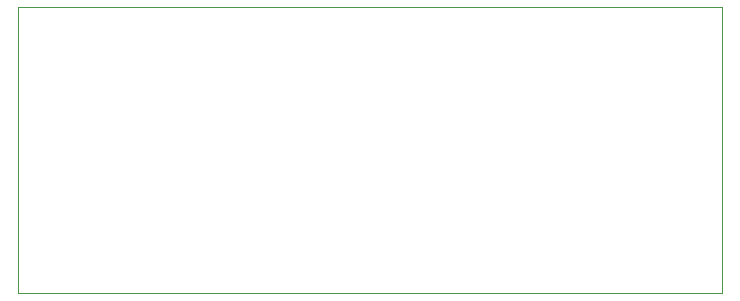
<source format=gbr>
%TF.GenerationSoftware,KiCad,Pcbnew,7.0.7*%
%TF.CreationDate,2024-09-29T13:33:55+02:00*%
%TF.ProjectId,DC_step_down_24V-3_3V,44435f73-7465-4705-9f64-6f776e5f3234,rev?*%
%TF.SameCoordinates,Original*%
%TF.FileFunction,Profile,NP*%
%FSLAX46Y46*%
G04 Gerber Fmt 4.6, Leading zero omitted, Abs format (unit mm)*
G04 Created by KiCad (PCBNEW 7.0.7) date 2024-09-29 13:33:55*
%MOMM*%
%LPD*%
G01*
G04 APERTURE LIST*
%TA.AperFunction,Profile*%
%ADD10C,0.100000*%
%TD*%
G04 APERTURE END LIST*
D10*
X124400000Y-72000000D02*
X184000000Y-72000000D01*
X184000000Y-96200000D01*
X124400000Y-96200000D01*
X124400000Y-72000000D01*
M02*

</source>
